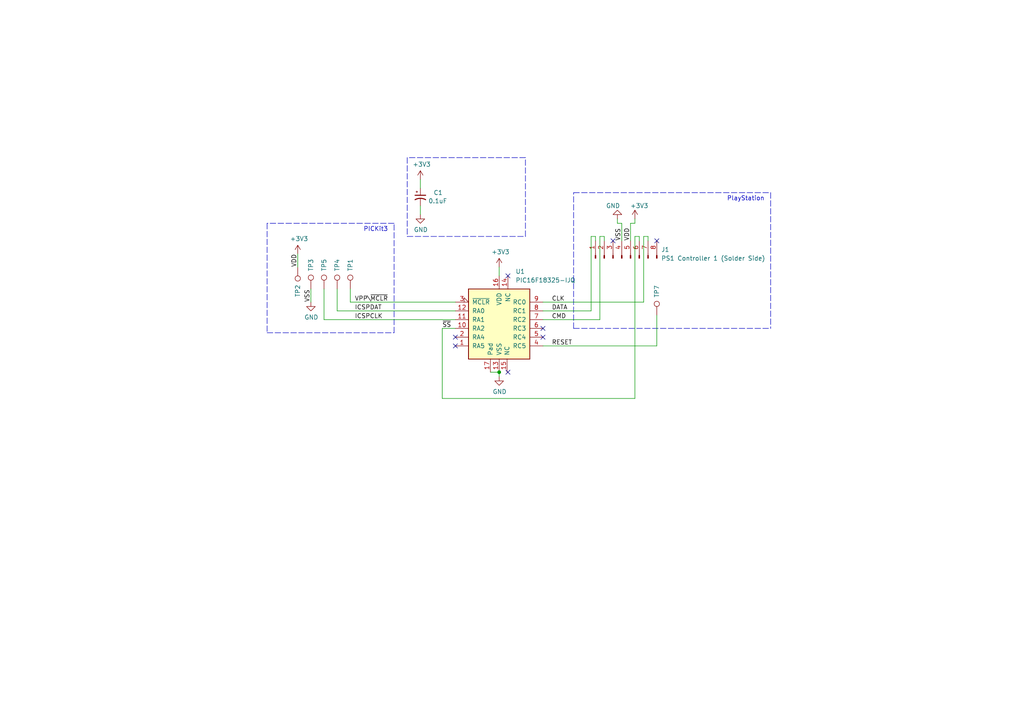
<source format=kicad_sch>
(kicad_sch
	(version 20231120)
	(generator "eeschema")
	(generator_version "8.0")
	(uuid "8898bace-efc6-4b43-b147-368901e770d1")
	(paper "A4")
	(lib_symbols
		(symbol "Connector:TestPoint"
			(pin_numbers hide)
			(pin_names
				(offset 0.762) hide)
			(exclude_from_sim no)
			(in_bom yes)
			(on_board yes)
			(property "Reference" "TP"
				(at 0 6.858 0)
				(effects
					(font
						(size 1.27 1.27)
					)
				)
			)
			(property "Value" "TestPoint"
				(at 0 5.08 0)
				(effects
					(font
						(size 1.27 1.27)
					)
				)
			)
			(property "Footprint" ""
				(at 5.08 0 0)
				(effects
					(font
						(size 1.27 1.27)
					)
					(hide yes)
				)
			)
			(property "Datasheet" "~"
				(at 5.08 0 0)
				(effects
					(font
						(size 1.27 1.27)
					)
					(hide yes)
				)
			)
			(property "Description" "test point"
				(at 0 0 0)
				(effects
					(font
						(size 1.27 1.27)
					)
					(hide yes)
				)
			)
			(property "ki_keywords" "test point tp"
				(at 0 0 0)
				(effects
					(font
						(size 1.27 1.27)
					)
					(hide yes)
				)
			)
			(property "ki_fp_filters" "Pin* Test*"
				(at 0 0 0)
				(effects
					(font
						(size 1.27 1.27)
					)
					(hide yes)
				)
			)
			(symbol "TestPoint_0_1"
				(circle
					(center 0 3.302)
					(radius 0.762)
					(stroke
						(width 0)
						(type default)
					)
					(fill
						(type none)
					)
				)
			)
			(symbol "TestPoint_1_1"
				(pin passive line
					(at 0 0 90)
					(length 2.54)
					(name "1"
						(effects
							(font
								(size 1.27 1.27)
							)
						)
					)
					(number "1"
						(effects
							(font
								(size 1.27 1.27)
							)
						)
					)
				)
			)
		)
		(symbol "PS1-IGR JFT CTRLR TSSOP-rescue:+3.3V-power"
			(power)
			(pin_names
				(offset 0)
			)
			(exclude_from_sim no)
			(in_bom yes)
			(on_board yes)
			(property "Reference" "#PWR"
				(at 0 -3.81 0)
				(effects
					(font
						(size 1.27 1.27)
					)
					(hide yes)
				)
			)
			(property "Value" "power_+3.3V"
				(at 0 3.556 0)
				(effects
					(font
						(size 1.27 1.27)
					)
				)
			)
			(property "Footprint" ""
				(at 0 0 0)
				(effects
					(font
						(size 1.27 1.27)
					)
					(hide yes)
				)
			)
			(property "Datasheet" ""
				(at 0 0 0)
				(effects
					(font
						(size 1.27 1.27)
					)
					(hide yes)
				)
			)
			(property "Description" ""
				(at 0 0 0)
				(effects
					(font
						(size 1.27 1.27)
					)
					(hide yes)
				)
			)
			(symbol "+3.3V-power_0_1"
				(polyline
					(pts
						(xy -0.762 1.27) (xy 0 2.54)
					)
					(stroke
						(width 0)
						(type solid)
					)
					(fill
						(type none)
					)
				)
				(polyline
					(pts
						(xy 0 0) (xy 0 2.54)
					)
					(stroke
						(width 0)
						(type solid)
					)
					(fill
						(type none)
					)
				)
				(polyline
					(pts
						(xy 0 2.54) (xy 0.762 1.27)
					)
					(stroke
						(width 0)
						(type solid)
					)
					(fill
						(type none)
					)
				)
			)
			(symbol "+3.3V-power_1_1"
				(pin power_in line
					(at 0 0 90)
					(length 0) hide
					(name "+3V3"
						(effects
							(font
								(size 1.27 1.27)
							)
						)
					)
					(number "1"
						(effects
							(font
								(size 1.27 1.27)
							)
						)
					)
				)
			)
		)
		(symbol "PS1-IGR JFT CTRLR TSSOP-rescue:Conn_01x08_Male-Connector"
			(pin_names
				(offset 1.016) hide)
			(exclude_from_sim no)
			(in_bom yes)
			(on_board yes)
			(property "Reference" "J"
				(at 0 10.16 0)
				(effects
					(font
						(size 1.27 1.27)
					)
				)
			)
			(property "Value" "Connector_Conn_01x08_Male"
				(at 0 -12.7 0)
				(effects
					(font
						(size 1.27 1.27)
					)
				)
			)
			(property "Footprint" ""
				(at 0 0 0)
				(effects
					(font
						(size 1.27 1.27)
					)
					(hide yes)
				)
			)
			(property "Datasheet" ""
				(at 0 0 0)
				(effects
					(font
						(size 1.27 1.27)
					)
					(hide yes)
				)
			)
			(property "Description" ""
				(at 0 0 0)
				(effects
					(font
						(size 1.27 1.27)
					)
					(hide yes)
				)
			)
			(property "ki_fp_filters" "Connector*:*_1x??_*"
				(at 0 0 0)
				(effects
					(font
						(size 1.27 1.27)
					)
					(hide yes)
				)
			)
			(symbol "Conn_01x08_Male-Connector_1_1"
				(polyline
					(pts
						(xy 1.27 -10.16) (xy 0.8636 -10.16)
					)
					(stroke
						(width 0.1524)
						(type solid)
					)
					(fill
						(type none)
					)
				)
				(polyline
					(pts
						(xy 1.27 -7.62) (xy 0.8636 -7.62)
					)
					(stroke
						(width 0.1524)
						(type solid)
					)
					(fill
						(type none)
					)
				)
				(polyline
					(pts
						(xy 1.27 -5.08) (xy 0.8636 -5.08)
					)
					(stroke
						(width 0.1524)
						(type solid)
					)
					(fill
						(type none)
					)
				)
				(polyline
					(pts
						(xy 1.27 -2.54) (xy 0.8636 -2.54)
					)
					(stroke
						(width 0.1524)
						(type solid)
					)
					(fill
						(type none)
					)
				)
				(polyline
					(pts
						(xy 1.27 0) (xy 0.8636 0)
					)
					(stroke
						(width 0.1524)
						(type solid)
					)
					(fill
						(type none)
					)
				)
				(polyline
					(pts
						(xy 1.27 2.54) (xy 0.8636 2.54)
					)
					(stroke
						(width 0.1524)
						(type solid)
					)
					(fill
						(type none)
					)
				)
				(polyline
					(pts
						(xy 1.27 5.08) (xy 0.8636 5.08)
					)
					(stroke
						(width 0.1524)
						(type solid)
					)
					(fill
						(type none)
					)
				)
				(polyline
					(pts
						(xy 1.27 7.62) (xy 0.8636 7.62)
					)
					(stroke
						(width 0.1524)
						(type solid)
					)
					(fill
						(type none)
					)
				)
				(rectangle
					(start 0.8636 -10.033)
					(end 0 -10.287)
					(stroke
						(width 0.1524)
						(type solid)
					)
					(fill
						(type outline)
					)
				)
				(rectangle
					(start 0.8636 -7.493)
					(end 0 -7.747)
					(stroke
						(width 0.1524)
						(type solid)
					)
					(fill
						(type outline)
					)
				)
				(rectangle
					(start 0.8636 -4.953)
					(end 0 -5.207)
					(stroke
						(width 0.1524)
						(type solid)
					)
					(fill
						(type outline)
					)
				)
				(rectangle
					(start 0.8636 -2.413)
					(end 0 -2.667)
					(stroke
						(width 0.1524)
						(type solid)
					)
					(fill
						(type outline)
					)
				)
				(rectangle
					(start 0.8636 0.127)
					(end 0 -0.127)
					(stroke
						(width 0.1524)
						(type solid)
					)
					(fill
						(type outline)
					)
				)
				(rectangle
					(start 0.8636 2.667)
					(end 0 2.413)
					(stroke
						(width 0.1524)
						(type solid)
					)
					(fill
						(type outline)
					)
				)
				(rectangle
					(start 0.8636 5.207)
					(end 0 4.953)
					(stroke
						(width 0.1524)
						(type solid)
					)
					(fill
						(type outline)
					)
				)
				(rectangle
					(start 0.8636 7.747)
					(end 0 7.493)
					(stroke
						(width 0.1524)
						(type solid)
					)
					(fill
						(type outline)
					)
				)
				(pin passive line
					(at 5.08 7.62 180)
					(length 3.81)
					(name "Pin_1"
						(effects
							(font
								(size 1.27 1.27)
							)
						)
					)
					(number "1"
						(effects
							(font
								(size 1.27 1.27)
							)
						)
					)
				)
				(pin passive line
					(at 5.08 5.08 180)
					(length 3.81)
					(name "Pin_2"
						(effects
							(font
								(size 1.27 1.27)
							)
						)
					)
					(number "2"
						(effects
							(font
								(size 1.27 1.27)
							)
						)
					)
				)
				(pin passive line
					(at 5.08 2.54 180)
					(length 3.81)
					(name "Pin_3"
						(effects
							(font
								(size 1.27 1.27)
							)
						)
					)
					(number "3"
						(effects
							(font
								(size 1.27 1.27)
							)
						)
					)
				)
				(pin passive line
					(at 5.08 0 180)
					(length 3.81)
					(name "Pin_4"
						(effects
							(font
								(size 1.27 1.27)
							)
						)
					)
					(number "4"
						(effects
							(font
								(size 1.27 1.27)
							)
						)
					)
				)
				(pin passive line
					(at 5.08 -2.54 180)
					(length 3.81)
					(name "Pin_5"
						(effects
							(font
								(size 1.27 1.27)
							)
						)
					)
					(number "5"
						(effects
							(font
								(size 1.27 1.27)
							)
						)
					)
				)
				(pin passive line
					(at 5.08 -5.08 180)
					(length 3.81)
					(name "Pin_6"
						(effects
							(font
								(size 1.27 1.27)
							)
						)
					)
					(number "6"
						(effects
							(font
								(size 1.27 1.27)
							)
						)
					)
				)
				(pin passive line
					(at 5.08 -7.62 180)
					(length 3.81)
					(name "Pin_7"
						(effects
							(font
								(size 1.27 1.27)
							)
						)
					)
					(number "7"
						(effects
							(font
								(size 1.27 1.27)
							)
						)
					)
				)
				(pin passive line
					(at 5.08 -10.16 180)
					(length 3.81)
					(name "Pin_8"
						(effects
							(font
								(size 1.27 1.27)
							)
						)
					)
					(number "8"
						(effects
							(font
								(size 1.27 1.27)
							)
						)
					)
				)
			)
		)
		(symbol "PS1-IGR JFT CTRLR TSSOP-rescue:GND-power"
			(power)
			(pin_names
				(offset 0)
			)
			(exclude_from_sim no)
			(in_bom yes)
			(on_board yes)
			(property "Reference" "#PWR"
				(at 0 -6.35 0)
				(effects
					(font
						(size 1.27 1.27)
					)
					(hide yes)
				)
			)
			(property "Value" "power_GND"
				(at 0 -3.81 0)
				(effects
					(font
						(size 1.27 1.27)
					)
				)
			)
			(property "Footprint" ""
				(at 0 0 0)
				(effects
					(font
						(size 1.27 1.27)
					)
					(hide yes)
				)
			)
			(property "Datasheet" ""
				(at 0 0 0)
				(effects
					(font
						(size 1.27 1.27)
					)
					(hide yes)
				)
			)
			(property "Description" ""
				(at 0 0 0)
				(effects
					(font
						(size 1.27 1.27)
					)
					(hide yes)
				)
			)
			(symbol "GND-power_0_1"
				(polyline
					(pts
						(xy 0 0) (xy 0 -1.27) (xy 1.27 -1.27) (xy 0 -2.54) (xy -1.27 -1.27) (xy 0 -1.27)
					)
					(stroke
						(width 0)
						(type solid)
					)
					(fill
						(type none)
					)
				)
			)
			(symbol "GND-power_1_1"
				(pin power_in line
					(at 0 0 270)
					(length 0) hide
					(name "GND"
						(effects
							(font
								(size 1.27 1.27)
							)
						)
					)
					(number "1"
						(effects
							(font
								(size 1.27 1.27)
							)
						)
					)
				)
			)
		)
		(symbol "PS1-IGR JFT CTRLR TSSOP-rescue:PIC16F18325-IJQ"
			(pin_names
				(offset 1.016)
			)
			(exclude_from_sim no)
			(in_bom yes)
			(on_board yes)
			(property "Reference" "U1"
				(at 6.35 15.24 0)
				(effects
					(font
						(size 1.27 1.27)
					)
				)
			)
			(property "Value" "PIC16F18325-IJQ"
				(at 11.43 12.7 0)
				(effects
					(font
						(size 1.27 1.27)
					)
				)
			)
			(property "Footprint" "PS1-IGR:UQFN-16-1EP_4x4mm_P0.65mm_EP2.6x2.6mm"
				(at 0 -27.94 0)
				(effects
					(font
						(size 1.27 1.27)
					)
					(hide yes)
				)
			)
			(property "Datasheet" ""
				(at 0 0 0)
				(effects
					(font
						(size 1.27 1.27)
					)
					(hide yes)
				)
			)
			(property "Description" ""
				(at 0 0 0)
				(effects
					(font
						(size 1.27 1.27)
					)
					(hide yes)
				)
			)
			(symbol "PIC16F18325-IJQ_1_1"
				(rectangle
					(start -8.89 11.43)
					(end 8.89 -8.89)
					(stroke
						(width 0.254)
						(type solid)
					)
					(fill
						(type background)
					)
				)
				(pin bidirectional line
					(at -12.7 -5.08 0)
					(length 3.81)
					(name "RA5"
						(effects
							(font
								(size 1.27 1.27)
							)
						)
					)
					(number "1"
						(effects
							(font
								(size 1.27 1.27)
							)
						)
					)
				)
				(pin bidirectional line
					(at -12.7 0 0)
					(length 3.81)
					(name "RA2"
						(effects
							(font
								(size 1.27 1.27)
							)
						)
					)
					(number "10"
						(effects
							(font
								(size 1.27 1.27)
							)
						)
					)
				)
				(pin bidirectional line
					(at -12.7 2.54 0)
					(length 3.81)
					(name "RA1"
						(effects
							(font
								(size 1.27 1.27)
							)
						)
					)
					(number "11"
						(effects
							(font
								(size 1.27 1.27)
							)
						)
					)
				)
				(pin bidirectional line
					(at -12.7 5.08 0)
					(length 3.81)
					(name "RA0"
						(effects
							(font
								(size 1.27 1.27)
							)
						)
					)
					(number "12"
						(effects
							(font
								(size 1.27 1.27)
							)
						)
					)
				)
				(pin power_in line
					(at 0 -12.7 90)
					(length 3.81)
					(name "VSS"
						(effects
							(font
								(size 1.27 1.27)
							)
						)
					)
					(number "13"
						(effects
							(font
								(size 1.27 1.27)
							)
						)
					)
				)
				(pin bidirectional line
					(at 2.54 15.24 270)
					(length 3.81)
					(name "NC"
						(effects
							(font
								(size 1.27 1.27)
							)
						)
					)
					(number "14"
						(effects
							(font
								(size 1.27 1.27)
							)
						)
					)
				)
				(pin bidirectional line
					(at 2.286 -12.7 90)
					(length 3.81)
					(name "NC"
						(effects
							(font
								(size 1.27 1.27)
							)
						)
					)
					(number "15"
						(effects
							(font
								(size 1.27 1.27)
							)
						)
					)
				)
				(pin power_in line
					(at 0 15.24 270)
					(length 3.81)
					(name "VDD"
						(effects
							(font
								(size 1.27 1.27)
							)
						)
					)
					(number "16"
						(effects
							(font
								(size 1.27 1.27)
							)
						)
					)
				)
				(pin power_in line
					(at -2.54 -12.7 90)
					(length 3.81)
					(name "Pad"
						(effects
							(font
								(size 1.27 1.27)
							)
						)
					)
					(number "17"
						(effects
							(font
								(size 1.27 1.27)
							)
						)
					)
				)
				(pin bidirectional line
					(at -12.7 -2.54 0)
					(length 3.81)
					(name "RA4"
						(effects
							(font
								(size 1.27 1.27)
							)
						)
					)
					(number "2"
						(effects
							(font
								(size 1.27 1.27)
							)
						)
					)
				)
				(pin input input_low
					(at -12.7 7.62 0)
					(length 3.81)
					(name "~{MCLR}"
						(effects
							(font
								(size 1.27 1.27)
							)
						)
					)
					(number "3"
						(effects
							(font
								(size 1.27 1.27)
							)
						)
					)
				)
				(pin bidirectional line
					(at 12.7 -5.08 180)
					(length 3.81)
					(name "RC5"
						(effects
							(font
								(size 1.27 1.27)
							)
						)
					)
					(number "4"
						(effects
							(font
								(size 1.27 1.27)
							)
						)
					)
				)
				(pin bidirectional line
					(at 12.7 -2.54 180)
					(length 3.81)
					(name "RC4"
						(effects
							(font
								(size 1.27 1.27)
							)
						)
					)
					(number "5"
						(effects
							(font
								(size 1.27 1.27)
							)
						)
					)
				)
				(pin bidirectional line
					(at 12.7 0 180)
					(length 3.81)
					(name "RC3"
						(effects
							(font
								(size 1.27 1.27)
							)
						)
					)
					(number "6"
						(effects
							(font
								(size 1.27 1.27)
							)
						)
					)
				)
				(pin bidirectional line
					(at 12.7 2.54 180)
					(length 3.81)
					(name "RC2"
						(effects
							(font
								(size 1.27 1.27)
							)
						)
					)
					(number "7"
						(effects
							(font
								(size 1.27 1.27)
							)
						)
					)
				)
				(pin bidirectional line
					(at 12.7 5.08 180)
					(length 3.81)
					(name "RC1"
						(effects
							(font
								(size 1.27 1.27)
							)
						)
					)
					(number "8"
						(effects
							(font
								(size 1.27 1.27)
							)
						)
					)
				)
				(pin bidirectional line
					(at 12.7 7.62 180)
					(length 3.81)
					(name "RC0"
						(effects
							(font
								(size 1.27 1.27)
							)
						)
					)
					(number "9"
						(effects
							(font
								(size 1.27 1.27)
							)
						)
					)
				)
			)
		)
		(symbol "PlayStation-1-Reset-Mod-rescue:C_Polarized_Small_US-Device"
			(pin_numbers hide)
			(pin_names
				(offset 0.254) hide)
			(exclude_from_sim no)
			(in_bom yes)
			(on_board yes)
			(property "Reference" "C"
				(at 0.254 1.778 0)
				(effects
					(font
						(size 1.27 1.27)
					)
					(justify left)
				)
			)
			(property "Value" "C_Polarized_Small_US-Device"
				(at 0.254 -2.032 0)
				(effects
					(font
						(size 1.27 1.27)
					)
					(justify left)
				)
			)
			(property "Footprint" ""
				(at 0 0 0)
				(effects
					(font
						(size 1.27 1.27)
					)
					(hide yes)
				)
			)
			(property "Datasheet" ""
				(at 0 0 0)
				(effects
					(font
						(size 1.27 1.27)
					)
					(hide yes)
				)
			)
			(property "Description" ""
				(at 0 0 0)
				(effects
					(font
						(size 1.27 1.27)
					)
					(hide yes)
				)
			)
			(property "ki_fp_filters" "CP_*"
				(at 0 0 0)
				(effects
					(font
						(size 1.27 1.27)
					)
					(hide yes)
				)
			)
			(symbol "C_Polarized_Small_US-Device_0_1"
				(polyline
					(pts
						(xy -1.524 0.508) (xy 1.524 0.508)
					)
					(stroke
						(width 0.3048)
						(type solid)
					)
					(fill
						(type none)
					)
				)
				(polyline
					(pts
						(xy -1.27 1.524) (xy -0.762 1.524)
					)
					(stroke
						(width 0)
						(type solid)
					)
					(fill
						(type none)
					)
				)
				(polyline
					(pts
						(xy -1.016 1.27) (xy -1.016 1.778)
					)
					(stroke
						(width 0)
						(type solid)
					)
					(fill
						(type none)
					)
				)
				(arc
					(start 1.524 -0.762)
					(mid 0 -0.3734)
					(end -1.524 -0.762)
					(stroke
						(width 0.3048)
						(type solid)
					)
					(fill
						(type none)
					)
				)
			)
			(symbol "C_Polarized_Small_US-Device_1_1"
				(pin passive line
					(at 0 2.54 270)
					(length 2.032)
					(name "~"
						(effects
							(font
								(size 1.27 1.27)
							)
						)
					)
					(number "1"
						(effects
							(font
								(size 1.27 1.27)
							)
						)
					)
				)
				(pin passive line
					(at 0 -2.54 90)
					(length 2.032)
					(name "~"
						(effects
							(font
								(size 1.27 1.27)
							)
						)
					)
					(number "2"
						(effects
							(font
								(size 1.27 1.27)
							)
						)
					)
				)
			)
		)
	)
	(junction
		(at 144.78 107.95)
		(diameter 0)
		(color 0 0 0 0)
		(uuid "513f1fd6-6f5e-489e-bf21-168208804b40")
	)
	(no_connect
		(at 157.48 95.25)
		(uuid "1c224178-59da-4cf1-beb5-8a69a4deb709")
	)
	(no_connect
		(at 190.5 69.85)
		(uuid "3cb292ad-c725-4f91-8f25-bdd9fee9b354")
	)
	(no_connect
		(at 147.32 107.95)
		(uuid "53d86c33-c476-4cdc-90c6-df2bc986035d")
	)
	(no_connect
		(at 157.48 97.79)
		(uuid "8b6199d9-b237-416b-824d-3686370e4174")
	)
	(no_connect
		(at 177.8 69.85)
		(uuid "b63c4efd-ae38-4f3f-9c8f-28f0f3b04d31")
	)
	(no_connect
		(at 132.08 97.79)
		(uuid "b9452f01-1662-4fa3-a794-5de7b972e7be")
	)
	(no_connect
		(at 147.32 80.01)
		(uuid "bcd6b884-3e07-41b9-8151-8b293519533e")
	)
	(no_connect
		(at 132.08 100.33)
		(uuid "c4bc60ba-a574-47d9-a076-fd45fe94071b")
	)
	(wire
		(pts
			(xy 175.26 68.58) (xy 175.26 69.85)
		)
		(stroke
			(width 0)
			(type default)
		)
		(uuid "04a06954-8fca-4f4c-9dfe-0cedde446af6")
	)
	(polyline
		(pts
			(xy 166.37 55.88) (xy 223.52 55.88)
		)
		(stroke
			(width 0)
			(type dash)
		)
		(uuid "067731c9-e1ff-435d-b34f-abbf54f40477")
	)
	(wire
		(pts
			(xy 86.36 77.47) (xy 86.36 73.66)
		)
		(stroke
			(width 0)
			(type default)
		)
		(uuid "0cdeccc5-9ab0-4772-8580-740e8ef0ffe6")
	)
	(polyline
		(pts
			(xy 223.52 55.88) (xy 223.52 95.25)
		)
		(stroke
			(width 0)
			(type dash)
		)
		(uuid "0cff9101-bfc3-4d9b-952c-7088613f5983")
	)
	(wire
		(pts
			(xy 101.6 87.63) (xy 101.6 83.82)
		)
		(stroke
			(width 0)
			(type default)
		)
		(uuid "10ffabbb-849c-4018-bd01-0abde099666e")
	)
	(wire
		(pts
			(xy 185.42 68.58) (xy 184.15 68.58)
		)
		(stroke
			(width 0)
			(type default)
		)
		(uuid "163d439b-3fa2-4fda-aae7-387c516da8bb")
	)
	(wire
		(pts
			(xy 190.5 100.33) (xy 190.5 91.44)
		)
		(stroke
			(width 0)
			(type default)
		)
		(uuid "1ca522e8-46ee-4c4e-ab93-bd70f7b70650")
	)
	(wire
		(pts
			(xy 179.07 63.5) (xy 179.07 64.77)
		)
		(stroke
			(width 0)
			(type default)
		)
		(uuid "22cc504a-ea26-4698-9c21-c0395b3a1b0f")
	)
	(wire
		(pts
			(xy 173.99 92.71) (xy 173.99 68.58)
		)
		(stroke
			(width 0)
			(type default)
		)
		(uuid "2630e133-0c6c-4a5a-80c9-4140b1b56acb")
	)
	(wire
		(pts
			(xy 121.92 59.69) (xy 121.92 62.23)
		)
		(stroke
			(width 0)
			(type default)
		)
		(uuid "2f575725-3c6d-47db-9d08-67ba7842fb37")
	)
	(wire
		(pts
			(xy 157.48 87.63) (xy 186.69 87.63)
		)
		(stroke
			(width 0)
			(type default)
		)
		(uuid "38feaf51-ef86-42e4-9311-74af4d2f3f10")
	)
	(wire
		(pts
			(xy 179.07 64.77) (xy 180.34 64.77)
		)
		(stroke
			(width 0)
			(type default)
		)
		(uuid "3d7136df-750c-45a3-93ca-c43f2ad42fed")
	)
	(wire
		(pts
			(xy 185.42 69.85) (xy 185.42 68.58)
		)
		(stroke
			(width 0)
			(type default)
		)
		(uuid "4445b27b-ce84-4fe3-bada-d81370fb6ce5")
	)
	(polyline
		(pts
			(xy 118.11 45.72) (xy 118.11 68.58)
		)
		(stroke
			(width 0)
			(type dash)
		)
		(uuid "45dcc8d7-5b47-4398-9f07-74ec8646ea16")
	)
	(polyline
		(pts
			(xy 77.47 96.52) (xy 114.3 96.52)
		)
		(stroke
			(width 0)
			(type dash)
		)
		(uuid "48340b97-8b2d-4258-bb1a-8e3dd63745c8")
	)
	(wire
		(pts
			(xy 172.72 68.58) (xy 172.72 69.85)
		)
		(stroke
			(width 0)
			(type default)
		)
		(uuid "4ebc4fb7-56c2-4879-92ee-2ae603349a8a")
	)
	(polyline
		(pts
			(xy 118.11 68.58) (xy 152.4 68.58)
		)
		(stroke
			(width 0)
			(type dash)
		)
		(uuid "4f21f412-45da-4103-a97a-d48437acc5a1")
	)
	(polyline
		(pts
			(xy 77.47 64.77) (xy 77.47 96.52)
		)
		(stroke
			(width 0)
			(type dash)
		)
		(uuid "55a656a1-4c0f-466e-9351-c8440c256c44")
	)
	(wire
		(pts
			(xy 128.27 115.57) (xy 184.15 115.57)
		)
		(stroke
			(width 0)
			(type default)
		)
		(uuid "593637bc-3b8e-4642-8b97-8b11dbaff810")
	)
	(wire
		(pts
			(xy 184.15 64.77) (xy 182.88 64.77)
		)
		(stroke
			(width 0)
			(type default)
		)
		(uuid "5c448112-03a4-488c-a935-fb72e56d5bcb")
	)
	(wire
		(pts
			(xy 171.45 68.58) (xy 172.72 68.58)
		)
		(stroke
			(width 0)
			(type default)
		)
		(uuid "63d3355c-30f3-43ac-b6a1-587ceef24db9")
	)
	(wire
		(pts
			(xy 157.48 90.17) (xy 171.45 90.17)
		)
		(stroke
			(width 0)
			(type default)
		)
		(uuid "68a506f1-4007-4ca6-8f5d-183e64d400ce")
	)
	(wire
		(pts
			(xy 173.99 68.58) (xy 175.26 68.58)
		)
		(stroke
			(width 0)
			(type default)
		)
		(uuid "6a5c08c8-6534-444d-8b64-97650f8b2605")
	)
	(wire
		(pts
			(xy 182.88 64.77) (xy 182.88 69.85)
		)
		(stroke
			(width 0)
			(type default)
		)
		(uuid "71a093cc-7f82-44d2-8f19-09dd56e2e783")
	)
	(wire
		(pts
			(xy 97.79 90.17) (xy 97.79 83.82)
		)
		(stroke
			(width 0)
			(type default)
		)
		(uuid "74f3bb5a-540a-435f-afdc-c17e30dfd071")
	)
	(wire
		(pts
			(xy 144.78 77.47) (xy 144.78 80.01)
		)
		(stroke
			(width 0)
			(type default)
		)
		(uuid "75b8b22e-6ac9-4e61-97be-3b1f3d33b0b5")
	)
	(wire
		(pts
			(xy 93.98 92.71) (xy 93.98 83.82)
		)
		(stroke
			(width 0)
			(type default)
		)
		(uuid "81122364-48c0-49cb-b91c-f4d9136ef8da")
	)
	(wire
		(pts
			(xy 180.34 64.77) (xy 180.34 69.85)
		)
		(stroke
			(width 0)
			(type default)
		)
		(uuid "839ba7a2-123d-48d9-abe0-66b83eaf2e18")
	)
	(wire
		(pts
			(xy 144.78 109.22) (xy 144.78 107.95)
		)
		(stroke
			(width 0)
			(type default)
		)
		(uuid "88d0a3aa-fa30-45d4-bdd8-1ae01924dae7")
	)
	(wire
		(pts
			(xy 157.48 100.33) (xy 190.5 100.33)
		)
		(stroke
			(width 0)
			(type default)
		)
		(uuid "919440cb-640a-4843-a536-c6ed579511c8")
	)
	(wire
		(pts
			(xy 93.98 92.71) (xy 132.08 92.71)
		)
		(stroke
			(width 0)
			(type default)
		)
		(uuid "9774eede-21ae-4639-b2d7-da9333abc30f")
	)
	(wire
		(pts
			(xy 142.24 107.95) (xy 144.78 107.95)
		)
		(stroke
			(width 0)
			(type default)
		)
		(uuid "97a728dc-5e78-4fc0-bed5-661c07571cde")
	)
	(wire
		(pts
			(xy 186.69 68.58) (xy 186.69 87.63)
		)
		(stroke
			(width 0)
			(type default)
		)
		(uuid "99242d9c-ff50-440d-8998-59bcf9078443")
	)
	(wire
		(pts
			(xy 132.08 95.25) (xy 128.27 95.25)
		)
		(stroke
			(width 0)
			(type default)
		)
		(uuid "a764928a-ecc4-46b1-852a-34acd4081862")
	)
	(wire
		(pts
			(xy 90.17 83.82) (xy 90.17 87.63)
		)
		(stroke
			(width 0)
			(type default)
		)
		(uuid "a7aaffbc-0eea-4646-966e-c0634f77722d")
	)
	(wire
		(pts
			(xy 187.96 68.58) (xy 186.69 68.58)
		)
		(stroke
			(width 0)
			(type default)
		)
		(uuid "a9ff8a70-fb09-436b-b900-3e2b1430bed3")
	)
	(wire
		(pts
			(xy 187.96 69.85) (xy 187.96 68.58)
		)
		(stroke
			(width 0)
			(type default)
		)
		(uuid "ac6ce175-e374-4504-b9b6-7faa8967ef1b")
	)
	(polyline
		(pts
			(xy 166.37 95.25) (xy 166.37 55.88)
		)
		(stroke
			(width 0)
			(type dash)
		)
		(uuid "b21c03c0-1cd1-4a8b-ab6a-c8c684ad83af")
	)
	(wire
		(pts
			(xy 171.45 68.58) (xy 171.45 90.17)
		)
		(stroke
			(width 0)
			(type default)
		)
		(uuid "bc1d8e31-4246-4b16-89a8-f12dffb107ea")
	)
	(polyline
		(pts
			(xy 114.3 96.52) (xy 114.3 64.77)
		)
		(stroke
			(width 0)
			(type dash)
		)
		(uuid "bf17b9dd-d653-48dc-b965-3ec129039c59")
	)
	(wire
		(pts
			(xy 184.15 68.58) (xy 184.15 115.57)
		)
		(stroke
			(width 0)
			(type default)
		)
		(uuid "ca456a7d-1b2f-4fe4-ada3-90bba3a77599")
	)
	(wire
		(pts
			(xy 184.15 63.5) (xy 184.15 64.77)
		)
		(stroke
			(width 0)
			(type default)
		)
		(uuid "d8535ac3-8348-449a-b724-11018d523ece")
	)
	(polyline
		(pts
			(xy 166.37 95.25) (xy 223.52 95.25)
		)
		(stroke
			(width 0)
			(type dash)
		)
		(uuid "e2a03e90-b99f-4db9-ac8f-cbd59590eb1a")
	)
	(polyline
		(pts
			(xy 152.4 68.58) (xy 152.4 45.72)
		)
		(stroke
			(width 0)
			(type dash)
		)
		(uuid "ea960160-5ea1-49ad-9260-47b9b940f6b9")
	)
	(polyline
		(pts
			(xy 114.3 64.77) (xy 77.47 64.77)
		)
		(stroke
			(width 0)
			(type dash)
		)
		(uuid "eb548704-58a5-4f48-8a09-3233afe57576")
	)
	(wire
		(pts
			(xy 101.6 87.63) (xy 132.08 87.63)
		)
		(stroke
			(width 0)
			(type default)
		)
		(uuid "f40853c2-064a-4405-ae9b-92484b217a35")
	)
	(wire
		(pts
			(xy 128.27 95.25) (xy 128.27 115.57)
		)
		(stroke
			(width 0)
			(type default)
		)
		(uuid "f4155b20-36a3-4e7b-a2e1-82fb967a2361")
	)
	(wire
		(pts
			(xy 157.48 92.71) (xy 173.99 92.71)
		)
		(stroke
			(width 0)
			(type default)
		)
		(uuid "f7dc7b9f-42ef-4280-9fca-b39db311cfca")
	)
	(wire
		(pts
			(xy 132.08 90.17) (xy 97.79 90.17)
		)
		(stroke
			(width 0)
			(type default)
		)
		(uuid "f8ef351b-146e-496b-947b-6d1a26d7a16b")
	)
	(wire
		(pts
			(xy 121.92 52.07) (xy 121.92 54.61)
		)
		(stroke
			(width 0)
			(type default)
		)
		(uuid "fbd10cb4-4c9c-46be-96c5-148349a4e497")
	)
	(polyline
		(pts
			(xy 152.4 45.72) (xy 118.11 45.72)
		)
		(stroke
			(width 0)
			(type dash)
		)
		(uuid "fe5d1749-5210-4d85-adb3-fd73a5b11188")
	)
	(text "PICKit3"
		(exclude_from_sim no)
		(at 105.41 67.31 0)
		(effects
			(font
				(size 1.27 1.27)
			)
			(justify left bottom)
		)
		(uuid "24877bf4-e8e3-479e-a137-a5e4de5f1202")
	)
	(text "PlayStation"
		(exclude_from_sim no)
		(at 210.82 58.42 0)
		(effects
			(font
				(size 1.27 1.27)
			)
			(justify left bottom)
		)
		(uuid "94dfb321-2082-4161-92ec-57625a3eec46")
	)
	(label "VSS"
		(at 180.34 69.85 90)
		(fields_autoplaced yes)
		(effects
			(font
				(size 1.27 1.27)
			)
			(justify left bottom)
		)
		(uuid "2059dc80-5631-41d1-aaed-089c36ff2702")
	)
	(label "VSS"
		(at 90.17 87.63 90)
		(fields_autoplaced yes)
		(effects
			(font
				(size 1.27 1.27)
			)
			(justify left bottom)
		)
		(uuid "292e5563-e4d1-423e-84d8-ed325b2e4faf")
	)
	(label "RESET"
		(at 160.02 100.33 0)
		(fields_autoplaced yes)
		(effects
			(font
				(size 1.27 1.27)
			)
			(justify left bottom)
		)
		(uuid "460d5877-1e0f-4224-9620-ef0a52b6c02c")
	)
	(label "DATA"
		(at 160.02 90.17 0)
		(fields_autoplaced yes)
		(effects
			(font
				(size 1.27 1.27)
			)
			(justify left bottom)
		)
		(uuid "49a7098d-1e66-4099-a348-2221efe21573")
	)
	(label "CLK"
		(at 160.02 87.63 0)
		(fields_autoplaced yes)
		(effects
			(font
				(size 1.27 1.27)
			)
			(justify left bottom)
		)
		(uuid "7ca9126e-be1f-401f-9933-ccfa8845fa84")
	)
	(label "ICSPCLK"
		(at 102.87 92.71 0)
		(fields_autoplaced yes)
		(effects
			(font
				(size 1.27 1.27)
			)
			(justify left bottom)
		)
		(uuid "9d462ead-a41a-438f-ae53-6522016f7740")
	)
	(label "VPP\\~{MCLR}"
		(at 102.87 87.63 0)
		(fields_autoplaced yes)
		(effects
			(font
				(size 1.27 1.27)
			)
			(justify left bottom)
		)
		(uuid "9f5f9df6-56b2-430c-a984-b5ffdb6c04ae")
	)
	(label "~{SS}"
		(at 128.27 95.25 0)
		(fields_autoplaced yes)
		(effects
			(font
				(size 1.27 1.27)
			)
			(justify left bottom)
		)
		(uuid "abaa6f00-adac-4065-8cc5-4a521d5d87e4")
	)
	(label "VDD"
		(at 182.88 69.85 90)
		(fields_autoplaced yes)
		(effects
			(font
				(size 1.27 1.27)
			)
			(justify left bottom)
		)
		(uuid "b1097aa0-3c67-469f-9ea1-336b945f34ef")
	)
	(label "CMD"
		(at 160.02 92.71 0)
		(fields_autoplaced yes)
		(effects
			(font
				(size 1.27 1.27)
			)
			(justify left bottom)
		)
		(uuid "cbcc64ac-01e8-41de-8db6-522db64d8ac4")
	)
	(label "VDD"
		(at 86.36 77.47 90)
		(fields_autoplaced yes)
		(effects
			(font
				(size 1.27 1.27)
			)
			(justify left bottom)
		)
		(uuid "db9b51f6-ea86-4d9a-9a05-2dc9b8b3413b")
	)
	(label "ICSPDAT"
		(at 102.87 90.17 0)
		(fields_autoplaced yes)
		(effects
			(font
				(size 1.27 1.27)
			)
			(justify left bottom)
		)
		(uuid "e2cff01d-488c-4ca8-b540-43f6ac90445c")
	)
	(symbol
		(lib_id "PS1-IGR JFT CTRLR TSSOP-rescue:GND-power")
		(at 144.78 109.22 0)
		(unit 1)
		(exclude_from_sim no)
		(in_bom yes)
		(on_board yes)
		(dnp no)
		(uuid "00000000-0000-0000-0000-00005da2790a")
		(property "Reference" "#PWR04"
			(at 144.78 115.57 0)
			(effects
				(font
					(size 1.27 1.27)
				)
				(hide yes)
			)
		)
		(property "Value" "GND"
			(at 144.907 113.6142 0)
			(effects
				(font
					(size 1.27 1.27)
				)
			)
		)
		(property "Footprint" ""
			(at 144.78 109.22 0)
			(effects
				(font
					(size 1.27 1.27)
				)
				(hide yes)
			)
		)
		(property "Datasheet" ""
			(at 144.78 109.22 0)
			(effects
				(font
					(size 1.27 1.27)
				)
				(hide yes)
			)
		)
		(property "Description" ""
			(at 144.78 109.22 0)
			(effects
				(font
					(size 1.27 1.27)
				)
				(hide yes)
			)
		)
		(pin "1"
			(uuid "5ba80ac3-2af5-40bc-b266-ba0445819b39")
		)
		(instances
			(project ""
				(path "/8898bace-efc6-4b43-b147-368901e770d1"
					(reference "#PWR04")
					(unit 1)
				)
			)
		)
	)
	(symbol
		(lib_id "PS1-IGR JFT CTRLR TSSOP-rescue:+3.3V-power")
		(at 144.78 77.47 0)
		(unit 1)
		(exclude_from_sim no)
		(in_bom yes)
		(on_board yes)
		(dnp no)
		(uuid "00000000-0000-0000-0000-00005da29415")
		(property "Reference" "#PWR03"
			(at 144.78 81.28 0)
			(effects
				(font
					(size 1.27 1.27)
				)
				(hide yes)
			)
		)
		(property "Value" "+3V3"
			(at 145.161 73.0758 0)
			(effects
				(font
					(size 1.27 1.27)
				)
			)
		)
		(property "Footprint" ""
			(at 144.78 77.47 0)
			(effects
				(font
					(size 1.27 1.27)
				)
				(hide yes)
			)
		)
		(property "Datasheet" ""
			(at 144.78 77.47 0)
			(effects
				(font
					(size 1.27 1.27)
				)
				(hide yes)
			)
		)
		(property "Description" ""
			(at 144.78 77.47 0)
			(effects
				(font
					(size 1.27 1.27)
				)
				(hide yes)
			)
		)
		(pin "1"
			(uuid "3cea3e8f-f87c-44a0-af01-24525e73f1e1")
		)
		(instances
			(project ""
				(path "/8898bace-efc6-4b43-b147-368901e770d1"
					(reference "#PWR03")
					(unit 1)
				)
			)
		)
	)
	(symbol
		(lib_id "PS1-IGR JFT CTRLR TSSOP-rescue:+3.3V-power")
		(at 121.92 52.07 0)
		(unit 1)
		(exclude_from_sim no)
		(in_bom yes)
		(on_board yes)
		(dnp no)
		(uuid "00000000-0000-0000-0000-00005da2bbab")
		(property "Reference" "#PWR05"
			(at 121.92 55.88 0)
			(effects
				(font
					(size 1.27 1.27)
				)
				(hide yes)
			)
		)
		(property "Value" "+3V3"
			(at 122.301 47.6758 0)
			(effects
				(font
					(size 1.27 1.27)
				)
			)
		)
		(property "Footprint" ""
			(at 121.92 52.07 0)
			(effects
				(font
					(size 1.27 1.27)
				)
				(hide yes)
			)
		)
		(property "Datasheet" ""
			(at 121.92 52.07 0)
			(effects
				(font
					(size 1.27 1.27)
				)
				(hide yes)
			)
		)
		(property "Description" ""
			(at 121.92 52.07 0)
			(effects
				(font
					(size 1.27 1.27)
				)
				(hide yes)
			)
		)
		(pin "1"
			(uuid "077ee527-ba66-46fa-9cb8-95bd37453959")
		)
		(instances
			(project ""
				(path "/8898bace-efc6-4b43-b147-368901e770d1"
					(reference "#PWR05")
					(unit 1)
				)
			)
		)
	)
	(symbol
		(lib_id "PS1-IGR JFT CTRLR TSSOP-rescue:GND-power")
		(at 121.92 62.23 0)
		(unit 1)
		(exclude_from_sim no)
		(in_bom yes)
		(on_board yes)
		(dnp no)
		(uuid "00000000-0000-0000-0000-00005da2c059")
		(property "Reference" "#PWR06"
			(at 121.92 68.58 0)
			(effects
				(font
					(size 1.27 1.27)
				)
				(hide yes)
			)
		)
		(property "Value" "GND"
			(at 122.047 66.6242 0)
			(effects
				(font
					(size 1.27 1.27)
				)
			)
		)
		(property "Footprint" ""
			(at 121.92 62.23 0)
			(effects
				(font
					(size 1.27 1.27)
				)
				(hide yes)
			)
		)
		(property "Datasheet" ""
			(at 121.92 62.23 0)
			(effects
				(font
					(size 1.27 1.27)
				)
				(hide yes)
			)
		)
		(property "Description" ""
			(at 121.92 62.23 0)
			(effects
				(font
					(size 1.27 1.27)
				)
				(hide yes)
			)
		)
		(pin "1"
			(uuid "ab470d8f-7549-415d-9d54-f58f647968da")
		)
		(instances
			(project ""
				(path "/8898bace-efc6-4b43-b147-368901e770d1"
					(reference "#PWR06")
					(unit 1)
				)
			)
		)
	)
	(symbol
		(lib_id "PS1-IGR JFT CTRLR TSSOP-rescue:+3.3V-power")
		(at 86.36 73.66 0)
		(unit 1)
		(exclude_from_sim no)
		(in_bom yes)
		(on_board yes)
		(dnp no)
		(uuid "00000000-0000-0000-0000-00005da328e1")
		(property "Reference" "#PWR01"
			(at 86.36 77.47 0)
			(effects
				(font
					(size 1.27 1.27)
				)
				(hide yes)
			)
		)
		(property "Value" "+3V3"
			(at 86.741 69.2658 0)
			(effects
				(font
					(size 1.27 1.27)
				)
			)
		)
		(property "Footprint" ""
			(at 86.36 73.66 0)
			(effects
				(font
					(size 1.27 1.27)
				)
				(hide yes)
			)
		)
		(property "Datasheet" ""
			(at 86.36 73.66 0)
			(effects
				(font
					(size 1.27 1.27)
				)
				(hide yes)
			)
		)
		(property "Description" ""
			(at 86.36 73.66 0)
			(effects
				(font
					(size 1.27 1.27)
				)
				(hide yes)
			)
		)
		(pin "1"
			(uuid "0bd7a8e5-55a5-4baf-859f-6baa0d9c6537")
		)
		(instances
			(project ""
				(path "/8898bace-efc6-4b43-b147-368901e770d1"
					(reference "#PWR01")
					(unit 1)
				)
			)
		)
	)
	(symbol
		(lib_id "PS1-IGR JFT CTRLR TSSOP-rescue:GND-power")
		(at 90.17 87.63 0)
		(unit 1)
		(exclude_from_sim no)
		(in_bom yes)
		(on_board yes)
		(dnp no)
		(uuid "00000000-0000-0000-0000-00005da33130")
		(property "Reference" "#PWR02"
			(at 90.17 93.98 0)
			(effects
				(font
					(size 1.27 1.27)
				)
				(hide yes)
			)
		)
		(property "Value" "GND"
			(at 90.297 92.0242 0)
			(effects
				(font
					(size 1.27 1.27)
				)
			)
		)
		(property "Footprint" ""
			(at 90.17 87.63 0)
			(effects
				(font
					(size 1.27 1.27)
				)
				(hide yes)
			)
		)
		(property "Datasheet" ""
			(at 90.17 87.63 0)
			(effects
				(font
					(size 1.27 1.27)
				)
				(hide yes)
			)
		)
		(property "Description" ""
			(at 90.17 87.63 0)
			(effects
				(font
					(size 1.27 1.27)
				)
				(hide yes)
			)
		)
		(pin "1"
			(uuid "a6ecc5a5-a5cb-4ac6-bb9a-ef75decddf8f")
		)
		(instances
			(project ""
				(path "/8898bace-efc6-4b43-b147-368901e770d1"
					(reference "#PWR02")
					(unit 1)
				)
			)
		)
	)
	(symbol
		(lib_id "Connector:TestPoint")
		(at 101.6 83.82 0)
		(unit 1)
		(exclude_from_sim no)
		(in_bom yes)
		(on_board yes)
		(dnp no)
		(uuid "00000000-0000-0000-0000-00005da646d5")
		(property "Reference" "TP1"
			(at 101.6 78.74 90)
			(effects
				(font
					(size 1.27 1.27)
				)
				(justify left)
			)
		)
		(property "Value" "VPP"
			(at 103.0732 83.1342 0)
			(effects
				(font
					(size 1.27 1.27)
				)
				(justify left)
				(hide yes)
			)
		)
		(property "Footprint" "PS1-IGR:TestPoint_Pad_NoSilk_D1.0mm"
			(at 106.68 83.82 0)
			(effects
				(font
					(size 1.27 1.27)
				)
				(hide yes)
			)
		)
		(property "Datasheet" "~"
			(at 106.68 83.82 0)
			(effects
				(font
					(size 1.27 1.27)
				)
				(hide yes)
			)
		)
		(property "Description" ""
			(at 101.6 83.82 0)
			(effects
				(font
					(size 1.27 1.27)
				)
				(hide yes)
			)
		)
		(pin "1"
			(uuid "13e23c0d-5935-44cc-b5d9-57da15916230")
		)
		(instances
			(project ""
				(path "/8898bace-efc6-4b43-b147-368901e770d1"
					(reference "TP1")
					(unit 1)
				)
			)
		)
	)
	(symbol
		(lib_id "Connector:TestPoint")
		(at 97.79 83.82 0)
		(unit 1)
		(exclude_from_sim no)
		(in_bom yes)
		(on_board yes)
		(dnp no)
		(uuid "00000000-0000-0000-0000-00005da65166")
		(property "Reference" "TP4"
			(at 97.79 78.74 90)
			(effects
				(font
					(size 1.27 1.27)
				)
				(justify left)
			)
		)
		(property "Value" "DAT"
			(at 99.2632 83.1342 0)
			(effects
				(font
					(size 1.27 1.27)
				)
				(justify left)
				(hide yes)
			)
		)
		(property "Footprint" "PS1-IGR:TestPoint_Pad_NoSilk_D1.0mm"
			(at 102.87 83.82 0)
			(effects
				(font
					(size 1.27 1.27)
				)
				(hide yes)
			)
		)
		(property "Datasheet" "~"
			(at 102.87 83.82 0)
			(effects
				(font
					(size 1.27 1.27)
				)
				(hide yes)
			)
		)
		(property "Description" ""
			(at 97.79 83.82 0)
			(effects
				(font
					(size 1.27 1.27)
				)
				(hide yes)
			)
		)
		(pin "1"
			(uuid "326ad354-6994-43f6-9fde-d1c0ace04bdb")
		)
		(instances
			(project ""
				(path "/8898bace-efc6-4b43-b147-368901e770d1"
					(reference "TP4")
					(unit 1)
				)
			)
		)
	)
	(symbol
		(lib_id "Connector:TestPoint")
		(at 93.98 83.82 0)
		(unit 1)
		(exclude_from_sim no)
		(in_bom yes)
		(on_board yes)
		(dnp no)
		(uuid "00000000-0000-0000-0000-00005da652eb")
		(property "Reference" "TP5"
			(at 93.98 78.74 90)
			(effects
				(font
					(size 1.27 1.27)
				)
				(justify left)
			)
		)
		(property "Value" "CLK"
			(at 95.4532 83.1342 0)
			(effects
				(font
					(size 1.27 1.27)
				)
				(justify left)
				(hide yes)
			)
		)
		(property "Footprint" "PS1-IGR:TestPoint_Pad_NoSilk_D1.0mm"
			(at 99.06 83.82 0)
			(effects
				(font
					(size 1.27 1.27)
				)
				(hide yes)
			)
		)
		(property "Datasheet" "~"
			(at 99.06 83.82 0)
			(effects
				(font
					(size 1.27 1.27)
				)
				(hide yes)
			)
		)
		(property "Description" ""
			(at 93.98 83.82 0)
			(effects
				(font
					(size 1.27 1.27)
				)
				(hide yes)
			)
		)
		(pin "1"
			(uuid "98376f96-0b23-45fd-aad3-ad8baec49e77")
		)
		(instances
			(project ""
				(path "/8898bace-efc6-4b43-b147-368901e770d1"
					(reference "TP5")
					(unit 1)
				)
			)
		)
	)
	(symbol
		(lib_id "Connector:TestPoint")
		(at 86.36 77.47 180)
		(unit 1)
		(exclude_from_sim no)
		(in_bom yes)
		(on_board yes)
		(dnp no)
		(uuid "00000000-0000-0000-0000-00005da6550a")
		(property "Reference" "TP2"
			(at 86.36 82.55 90)
			(effects
				(font
					(size 1.27 1.27)
				)
				(justify left)
			)
		)
		(property "Value" "VDD"
			(at 84.8868 78.1558 0)
			(effects
				(font
					(size 1.27 1.27)
				)
				(justify left)
				(hide yes)
			)
		)
		(property "Footprint" "PS1-IGR:TestPoint_Pad_NoSilk_D1.0mm"
			(at 81.28 77.47 0)
			(effects
				(font
					(size 1.27 1.27)
				)
				(hide yes)
			)
		)
		(property "Datasheet" "~"
			(at 81.28 77.47 0)
			(effects
				(font
					(size 1.27 1.27)
				)
				(hide yes)
			)
		)
		(property "Description" ""
			(at 86.36 77.47 0)
			(effects
				(font
					(size 1.27 1.27)
				)
				(hide yes)
			)
		)
		(pin "1"
			(uuid "10c33e6f-7c2f-4bb0-9277-3e1bf2f5e37e")
		)
		(instances
			(project ""
				(path "/8898bace-efc6-4b43-b147-368901e770d1"
					(reference "TP2")
					(unit 1)
				)
			)
		)
	)
	(symbol
		(lib_id "Connector:TestPoint")
		(at 90.17 83.82 0)
		(unit 1)
		(exclude_from_sim no)
		(in_bom yes)
		(on_board yes)
		(dnp no)
		(uuid "00000000-0000-0000-0000-00005da656b7")
		(property "Reference" "TP3"
			(at 90.17 78.74 90)
			(effects
				(font
					(size 1.27 1.27)
				)
				(justify left)
			)
		)
		(property "Value" "VSS"
			(at 91.6432 83.1342 0)
			(effects
				(font
					(size 1.27 1.27)
				)
				(justify left)
				(hide yes)
			)
		)
		(property "Footprint" "PS1-IGR:TestPoint_Pad_NoSilk_D1.0mm"
			(at 95.25 83.82 0)
			(effects
				(font
					(size 1.27 1.27)
				)
				(hide yes)
			)
		)
		(property "Datasheet" "~"
			(at 95.25 83.82 0)
			(effects
				(font
					(size 1.27 1.27)
				)
				(hide yes)
			)
		)
		(property "Description" ""
			(at 90.17 83.82 0)
			(effects
				(font
					(size 1.27 1.27)
				)
				(hide yes)
			)
		)
		(pin "1"
			(uuid "5c7f7090-f5da-4bd4-a3f0-71681b4f958e")
		)
		(instances
			(project ""
				(path "/8898bace-efc6-4b43-b147-368901e770d1"
					(reference "TP3")
					(unit 1)
				)
			)
		)
	)
	(symbol
		(lib_id "PS1-IGR JFT CTRLR TSSOP-rescue:+3.3V-power")
		(at 184.15 63.5 0)
		(unit 1)
		(exclude_from_sim no)
		(in_bom yes)
		(on_board yes)
		(dnp no)
		(uuid "00000000-0000-0000-0000-00005dab3abc")
		(property "Reference" "#PWR0101"
			(at 184.15 67.31 0)
			(effects
				(font
					(size 1.27 1.27)
				)
				(hide yes)
			)
		)
		(property "Value" "+3V3"
			(at 185.42 59.69 0)
			(effects
				(font
					(size 1.27 1.27)
				)
			)
		)
		(property "Footprint" ""
			(at 184.15 63.5 0)
			(effects
				(font
					(size 1.27 1.27)
				)
				(hide yes)
			)
		)
		(property "Datasheet" ""
			(at 184.15 63.5 0)
			(effects
				(font
					(size 1.27 1.27)
				)
				(hide yes)
			)
		)
		(property "Description" ""
			(at 184.15 63.5 0)
			(effects
				(font
					(size 1.27 1.27)
				)
				(hide yes)
			)
		)
		(pin "1"
			(uuid "e2505510-9bcc-44f5-a8fa-d2ece8e38446")
		)
		(instances
			(project ""
				(path "/8898bace-efc6-4b43-b147-368901e770d1"
					(reference "#PWR0101")
					(unit 1)
				)
			)
		)
	)
	(symbol
		(lib_id "PS1-IGR JFT CTRLR TSSOP-rescue:GND-power")
		(at 179.07 63.5 180)
		(unit 1)
		(exclude_from_sim no)
		(in_bom yes)
		(on_board yes)
		(dnp no)
		(uuid "00000000-0000-0000-0000-00005dab41bd")
		(property "Reference" "#PWR0102"
			(at 179.07 57.15 0)
			(effects
				(font
					(size 1.27 1.27)
				)
				(hide yes)
			)
		)
		(property "Value" "GND"
			(at 177.8 59.69 0)
			(effects
				(font
					(size 1.27 1.27)
				)
			)
		)
		(property "Footprint" ""
			(at 179.07 63.5 0)
			(effects
				(font
					(size 1.27 1.27)
				)
				(hide yes)
			)
		)
		(property "Datasheet" ""
			(at 179.07 63.5 0)
			(effects
				(font
					(size 1.27 1.27)
				)
				(hide yes)
			)
		)
		(property "Description" ""
			(at 179.07 63.5 0)
			(effects
				(font
					(size 1.27 1.27)
				)
				(hide yes)
			)
		)
		(pin "1"
			(uuid "f16a9532-c345-4e70-a47e-d681566db656")
		)
		(instances
			(project ""
				(path "/8898bace-efc6-4b43-b147-368901e770d1"
					(reference "#PWR0102")
					(unit 1)
				)
			)
		)
	)
	(symbol
		(lib_id "PlayStation-1-Reset-Mod-rescue:C_Polarized_Small_US-Device")
		(at 121.92 57.15 0)
		(unit 1)
		(exclude_from_sim no)
		(in_bom yes)
		(on_board yes)
		(dnp no)
		(uuid "00000000-0000-0000-0000-00005daba497")
		(property "Reference" "C1"
			(at 125.73 55.88 0)
			(effects
				(font
					(size 1.27 1.27)
				)
				(justify left)
			)
		)
		(property "Value" "0.1uF"
			(at 124.2314 58.293 0)
			(effects
				(font
					(size 1.27 1.27)
				)
				(justify left)
			)
		)
		(property "Footprint" "PS1-IGR:R_0603_0.8mm"
			(at 121.92 57.15 0)
			(effects
				(font
					(size 1.27 1.27)
				)
				(hide yes)
			)
		)
		(property "Datasheet" "~"
			(at 121.92 57.15 0)
			(effects
				(font
					(size 1.27 1.27)
				)
				(hide yes)
			)
		)
		(property "Description" ""
			(at 121.92 57.15 0)
			(effects
				(font
					(size 1.27 1.27)
				)
				(hide yes)
			)
		)
		(pin "2"
			(uuid "ddba1398-e0a2-471d-93b4-a9320c1db940")
		)
		(pin "1"
			(uuid "82357cef-0c50-4537-8fb9-1358d825834c")
		)
		(instances
			(project ""
				(path "/8898bace-efc6-4b43-b147-368901e770d1"
					(reference "C1")
					(unit 1)
				)
			)
		)
	)
	(symbol
		(lib_id "PS1-IGR JFT CTRLR TSSOP-rescue:Conn_01x08_Male-Connector")
		(at 180.34 74.93 90)
		(unit 1)
		(exclude_from_sim no)
		(in_bom yes)
		(on_board yes)
		(dnp no)
		(uuid "00000000-0000-0000-0000-000062626fb4")
		(property "Reference" "J1"
			(at 191.77 72.39 90)
			(effects
				(font
					(size 1.27 1.27)
				)
				(justify right)
			)
		)
		(property "Value" "PS1 Controller 1 (Solder Side)"
			(at 191.77 74.93 90)
			(effects
				(font
					(size 1.27 1.27)
				)
				(justify right)
			)
		)
		(property "Footprint" "PS1-IGR:PS1ControllerPort_SolderSide_1gnd0hv"
			(at 180.34 74.93 0)
			(effects
				(font
					(size 1.27 1.27)
				)
				(hide yes)
			)
		)
		(property "Datasheet" "~"
			(at 180.34 74.93 0)
			(effects
				(font
					(size 1.27 1.27)
				)
				(hide yes)
			)
		)
		(property "Description" ""
			(at 180.34 74.93 0)
			(effects
				(font
					(size 1.27 1.27)
				)
				(hide yes)
			)
		)
		(pin "4"
			(uuid "151cb3c3-7239-42fa-9cfb-4f5444019800")
		)
		(pin "6"
			(uuid "b157191e-ae5d-47dc-b268-81ca349f7028")
		)
		(pin "1"
			(uuid "f0263ccd-2327-4f47-900a-ff24ed5c0664")
		)
		(pin "3"
			(uuid "4eabe9d9-0053-4bb3-954d-eed3a75a80fd")
		)
		(pin "7"
			(uuid "fd170bdd-2054-49a0-86dd-22c4bd4d4b11")
		)
		(pin "5"
			(uuid "a966fc61-2626-4ab5-abc4-d9d44f9f77c0")
		)
		(pin "2"
			(uuid "ccd1da76-88ff-4916-9587-07f2547c0d74")
		)
		(pin "8"
			(uuid "13fff911-bca2-4320-b14c-1a1e32da6b0a")
		)
		(instances
			(project ""
				(path "/8898bace-efc6-4b43-b147-368901e770d1"
					(reference "J1")
					(unit 1)
				)
			)
		)
	)
	(symbol
		(lib_id "Connector:TestPoint")
		(at 190.5 91.44 0)
		(unit 1)
		(exclude_from_sim no)
		(in_bom yes)
		(on_board yes)
		(dnp no)
		(uuid "00000000-0000-0000-0000-00006263d8d2")
		(property "Reference" "TP7"
			(at 190.5 86.36 90)
			(effects
				(font
					(size 1.27 1.27)
				)
				(justify left)
			)
		)
		(property "Value" "RST"
			(at 191.9732 90.7542 0)
			(effects
				(font
					(size 1.27 1.27)
				)
				(justify left)
				(hide yes)
			)
		)
		(property "Footprint" "PS1-IGR:Wirepad-2.54mm"
			(at 195.58 91.44 0)
			(effects
				(font
					(size 1.27 1.27)
				)
				(hide yes)
			)
		)
		(property "Datasheet" "~"
			(at 195.58 91.44 0)
			(effects
				(font
					(size 1.27 1.27)
				)
				(hide yes)
			)
		)
		(property "Description" ""
			(at 190.5 91.44 0)
			(effects
				(font
					(size 1.27 1.27)
				)
				(hide yes)
			)
		)
		(pin "1"
			(uuid "266742f7-2c80-41d2-859d-20d09493abc6")
		)
		(instances
			(project ""
				(path "/8898bace-efc6-4b43-b147-368901e770d1"
					(reference "TP7")
					(unit 1)
				)
			)
		)
	)
	(symbol
		(lib_id "PS1-IGR JFT CTRLR TSSOP-rescue:PIC16F18325-IJQ")
		(at 144.78 95.25 0)
		(unit 1)
		(exclude_from_sim no)
		(in_bom yes)
		(on_board yes)
		(dnp no)
		(fields_autoplaced yes)
		(uuid "d642a27f-ed55-4da2-84d5-6a473465962d")
		(property "Reference" "U1"
			(at 149.5141 78.74 0)
			(effects
				(font
					(size 1.27 1.27)
				)
				(justify left)
			)
		)
		(property "Value" "PIC16F18325-IJQ"
			(at 149.5141 81.28 0)
			(effects
				(font
					(size 1.27 1.27)
				)
				(justify left)
			)
		)
		(property "Footprint" "Package_DFN_QFN:UQFN-16-1EP_4x4mm_P0.65mm_EP2.6x2.6mm"
			(at 144.78 123.19 0)
			(effects
				(font
					(size 1.27 1.27)
				)
				(hide yes)
			)
		)
		(property "Datasheet" ""
			(at 144.78 95.25 0)
			(effects
				(font
					(size 1.27 1.27)
				)
				(hide yes)
			)
		)
		(property "Description" ""
			(at 144.78 95.25 0)
			(effects
				(font
					(size 1.27 1.27)
				)
				(hide yes)
			)
		)
		(pin "17"
			(uuid "2ad9bba1-a8bf-4e6b-9365-56ab7c87a05b")
		)
		(pin "1"
			(uuid "11d4e91c-7fdd-4162-a4de-a2a5e956a0fa")
		)
		(pin "4"
			(uuid "ace34ff9-d2a2-4849-8e70-49235c7fecd0")
		)
		(pin "2"
			(uuid "3ed141e6-c4f8-4732-9ba1-17f766e84cb6")
		)
		(pin "5"
			(uuid "5410d116-fbb5-45c3-83de-77b1b4a3f767")
		)
		(pin "13"
			(uuid "dc75faea-6b95-4e8e-aac8-06443310e7ec")
		)
		(pin "6"
			(uuid "1bad5c64-0d47-4ff5-abeb-03f78e123917")
		)
		(pin "11"
			(uuid "e1428edd-a13e-4f8f-9d9a-ec84f298bee1")
		)
		(pin "9"
			(uuid "e60bcfda-a336-4c20-8553-0a06a22d42cb")
		)
		(pin "3"
			(uuid "5b925fc7-9f9a-4fd9-aa75-2d12d252371a")
		)
		(pin "12"
			(uuid "643dc89a-aff3-4ca3-9297-e6c8234c94c2")
		)
		(pin "15"
			(uuid "5480eb21-0311-4f16-a93f-a4b2a3e4fe9d")
		)
		(pin "8"
			(uuid "374a21ff-2424-4cf6-9a64-37fd414afe21")
		)
		(pin "16"
			(uuid "72583321-1d09-4ef6-adf2-f899f42aa4a2")
		)
		(pin "10"
			(uuid "0b478a44-a922-4c47-bda5-4f1b5e025022")
		)
		(pin "7"
			(uuid "fa2edbef-4195-40e5-81a5-052d10743f41")
		)
		(pin "14"
			(uuid "0ebb8432-bdb7-4639-ac0b-9006dc52e89f")
		)
		(instances
			(project ""
				(path "/8898bace-efc6-4b43-b147-368901e770d1"
					(reference "U1")
					(unit 1)
				)
			)
		)
	)
	(sheet_instances
		(path "/"
			(page "1")
		)
	)
)

</source>
